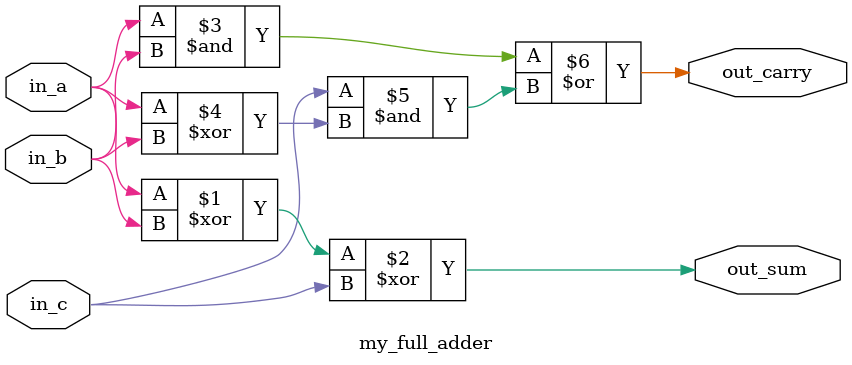
<source format=sv>
module my_full_adder(
    input logic in_a,
    input logic in_b,
    input logic in_c,
    output logic out_sum,
    output logic out_carry
);
    assign out_sum = (in_a ^ in_b) ^ in_c;
    assign out_carry = (in_a & in_b) | (in_c & (in_a ^ in_b));

endmodule

</source>
